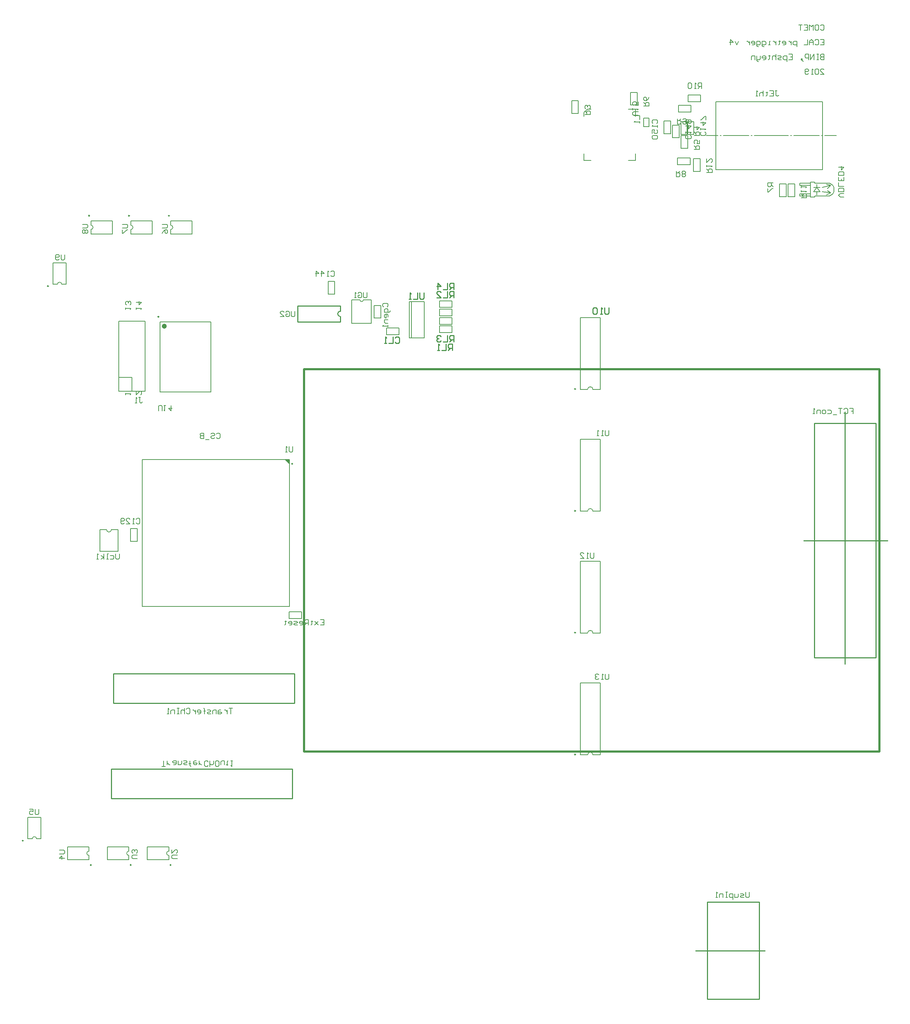
<source format=gbo>
%FSAX43Y43*%
%MOMM*%
G71*
G01*
G75*
G04 Layer_Color=32896*
%ADD10C,0.200*%
%ADD11R,0.500X0.600*%
%ADD12R,0.600X0.500*%
G04:AMPARAMS|DCode=13|XSize=0.5mm|YSize=0.6mm|CornerRadius=0mm|HoleSize=0mm|Usage=FLASHONLY|Rotation=225.000|XOffset=0mm|YOffset=0mm|HoleType=Round|Shape=Rectangle|*
%AMROTATEDRECTD13*
4,1,4,-0.035,0.389,0.389,-0.035,0.035,-0.389,-0.389,0.035,-0.035,0.389,0.0*
%
%ADD13ROTATEDRECTD13*%

G04:AMPARAMS|DCode=14|XSize=0.5mm|YSize=0.6mm|CornerRadius=0mm|HoleSize=0mm|Usage=FLASHONLY|Rotation=315.000|XOffset=0mm|YOffset=0mm|HoleType=Round|Shape=Rectangle|*
%AMROTATEDRECTD14*
4,1,4,-0.389,-0.035,0.035,0.389,0.389,0.035,-0.035,-0.389,-0.389,-0.035,0.0*
%
%ADD14ROTATEDRECTD14*%

%ADD15R,3.048X3.048*%
G04:AMPARAMS|DCode=16|XSize=1mm|YSize=2mm|CornerRadius=0.1mm|HoleSize=0mm|Usage=FLASHONLY|Rotation=270.000|XOffset=0mm|YOffset=0mm|HoleType=Round|Shape=RoundedRectangle|*
%AMROUNDEDRECTD16*
21,1,1.000,1.800,0,0,270.0*
21,1,0.800,2.000,0,0,270.0*
1,1,0.200,-0.900,-0.400*
1,1,0.200,-0.900,0.400*
1,1,0.200,0.900,0.400*
1,1,0.200,0.900,-0.400*
%
%ADD16ROUNDEDRECTD16*%
G04:AMPARAMS|DCode=17|XSize=1mm|YSize=1.5mm|CornerRadius=0.1mm|HoleSize=0mm|Usage=FLASHONLY|Rotation=270.000|XOffset=0mm|YOffset=0mm|HoleType=Round|Shape=RoundedRectangle|*
%AMROUNDEDRECTD17*
21,1,1.000,1.300,0,0,270.0*
21,1,0.800,1.500,0,0,270.0*
1,1,0.200,-0.650,-0.400*
1,1,0.200,-0.650,0.400*
1,1,0.200,0.650,0.400*
1,1,0.200,0.650,-0.400*
%
%ADD17ROUNDEDRECTD17*%
G04:AMPARAMS|DCode=18|XSize=0.8mm|YSize=1mm|CornerRadius=0.08mm|HoleSize=0mm|Usage=FLASHONLY|Rotation=270.000|XOffset=0mm|YOffset=0mm|HoleType=Round|Shape=RoundedRectangle|*
%AMROUNDEDRECTD18*
21,1,0.800,0.840,0,0,270.0*
21,1,0.640,1.000,0,0,270.0*
1,1,0.160,-0.420,-0.320*
1,1,0.160,-0.420,0.320*
1,1,0.160,0.420,0.320*
1,1,0.160,0.420,-0.320*
%
%ADD18ROUNDEDRECTD18*%
G04:AMPARAMS|DCode=19|XSize=0.8mm|YSize=1mm|CornerRadius=0.08mm|HoleSize=0mm|Usage=FLASHONLY|Rotation=0.000|XOffset=0mm|YOffset=0mm|HoleType=Round|Shape=RoundedRectangle|*
%AMROUNDEDRECTD19*
21,1,0.800,0.840,0,0,0.0*
21,1,0.640,1.000,0,0,0.0*
1,1,0.160,0.320,-0.420*
1,1,0.160,-0.320,-0.420*
1,1,0.160,-0.320,0.420*
1,1,0.160,0.320,0.420*
%
%ADD19ROUNDEDRECTD19*%
%ADD20R,0.762X2.540*%
%ADD21R,5.000X6.000*%
%ADD22R,2.540X0.762*%
%ADD23R,6.000X5.000*%
%ADD24R,3.048X3.048*%
%ADD25O,0.305X1.016*%
%ADD26O,0.813X0.305*%
%ADD27O,1.016X0.305*%
%ADD28O,0.305X0.813*%
%ADD29O,2.100X6.000*%
%ADD30O,2.100X6.000*%
%ADD31C,0.120*%
%ADD32C,0.150*%
%ADD33C,1.524*%
%ADD34C,0.508*%
%ADD35C,0.500*%
%ADD36C,1.000*%
%ADD37C,1.016*%
%ADD38C,1.160*%
%ADD39C,0.254*%
%ADD40C,0.175*%
%ADD41C,0.400*%
%ADD42C,0.300*%
%ADD43R,1.850X1.850*%
%ADD44C,1.850*%
%ADD45R,1.850X1.850*%
%ADD46C,4.000*%
%ADD47C,4.500*%
%ADD48C,1.500*%
%ADD49R,1.500X1.500*%
%ADD50C,1.524*%
%ADD51C,3.000*%
%ADD52C,2.500*%
%ADD53C,1.422*%
%ADD54C,2.438*%
%ADD55C,0.600*%
%ADD56C,1.200*%
%ADD57C,0.500*%
%ADD58C,0.800*%
%ADD59C,1.000*%
%ADD60C,0.900*%
%ADD61C,1.270*%
%ADD62C,0.700*%
%ADD63C,1.300*%
%ADD64C,1.800*%
%ADD65C,2.000*%
G04:AMPARAMS|DCode=66|XSize=1.7mm|YSize=1.7mm|CornerRadius=0mm|HoleSize=0mm|Usage=FLASHONLY|Rotation=0.000|XOffset=0mm|YOffset=0mm|HoleType=Round|Shape=Relief|Width=0.15mm|Gap=0.15mm|Entries=4|*
%AMTHD66*
7,0,0,1.700,1.400,0.150,45*
%
%ADD66THD66*%
G04:AMPARAMS|DCode=67|XSize=3.6mm|YSize=3.6mm|CornerRadius=0mm|HoleSize=0mm|Usage=FLASHONLY|Rotation=0.000|XOffset=0mm|YOffset=0mm|HoleType=Round|Shape=Relief|Width=0.15mm|Gap=0.15mm|Entries=4|*
%AMTHD67*
7,0,0,3.600,3.300,0.150,45*
%
%ADD67THD67*%
G04:AMPARAMS|DCode=68|XSize=3.4mm|YSize=3.4mm|CornerRadius=0mm|HoleSize=0mm|Usage=FLASHONLY|Rotation=0.000|XOffset=0mm|YOffset=0mm|HoleType=Round|Shape=Relief|Width=0.15mm|Gap=0.15mm|Entries=4|*
%AMTHD68*
7,0,0,3.400,3.100,0.150,45*
%
%ADD68THD68*%
%ADD69C,1.400*%
G04:AMPARAMS|DCode=70|XSize=1.5mm|YSize=1.5mm|CornerRadius=0mm|HoleSize=0mm|Usage=FLASHONLY|Rotation=0.000|XOffset=0mm|YOffset=0mm|HoleType=Round|Shape=Relief|Width=0.15mm|Gap=0.15mm|Entries=4|*
%AMTHD70*
7,0,0,1.500,1.200,0.150,45*
%
%ADD70THD70*%
%ADD71C,2.800*%
%ADD72C,2.300*%
%ADD73C,3.500*%
G04:AMPARAMS|DCode=74|XSize=1.4128mm|YSize=1.4128mm|CornerRadius=0mm|HoleSize=0mm|Usage=FLASHONLY|Rotation=0.000|XOffset=0mm|YOffset=0mm|HoleType=Round|Shape=Relief|Width=0.15mm|Gap=0.15mm|Entries=4|*
%AMTHD74*
7,0,0,1.413,1.113,0.150,45*
%
%ADD74THD74*%
%ADD75C,1.313*%
G04:AMPARAMS|DCode=76|XSize=1.9208mm|YSize=1.9208mm|CornerRadius=0mm|HoleSize=0mm|Usage=FLASHONLY|Rotation=0.000|XOffset=0mm|YOffset=0mm|HoleType=Round|Shape=Relief|Width=0.15mm|Gap=0.15mm|Entries=4|*
%AMTHD76*
7,0,0,1.921,1.621,0.150,45*
%
%ADD76THD76*%
%ADD77C,1.821*%
G04:AMPARAMS|DCode=78|XSize=0.9mm|YSize=0.9mm|CornerRadius=0mm|HoleSize=0mm|Usage=FLASHONLY|Rotation=0.000|XOffset=0mm|YOffset=0mm|HoleType=Round|Shape=Relief|Width=0.15mm|Gap=0.15mm|Entries=4|*
%AMTHD78*
7,0,0,0.900,0.600,0.150,45*
%
%ADD78THD78*%
%ADD79C,0.800*%
%ADD80C,0.750*%
G04:AMPARAMS|DCode=81|XSize=1.4mm|YSize=1.4mm|CornerRadius=0mm|HoleSize=0mm|Usage=FLASHONLY|Rotation=0.000|XOffset=0mm|YOffset=0mm|HoleType=Round|Shape=Relief|Width=0.15mm|Gap=0.15mm|Entries=4|*
%AMTHD81*
7,0,0,1.400,1.100,0.150,45*
%
%ADD81THD81*%
G04:AMPARAMS|DCode=82|XSize=1.3mm|YSize=1.3mm|CornerRadius=0mm|HoleSize=0mm|Usage=FLASHONLY|Rotation=0.000|XOffset=0mm|YOffset=0mm|HoleType=Round|Shape=Relief|Width=0.15mm|Gap=0.15mm|Entries=4|*
%AMTHD82*
7,0,0,1.300,1.000,0.150,45*
%
%ADD82THD82*%
%ADD83C,0.900*%
G04:AMPARAMS|DCode=84|XSize=0.85mm|YSize=0.85mm|CornerRadius=0mm|HoleSize=0mm|Usage=FLASHONLY|Rotation=0.000|XOffset=0mm|YOffset=0mm|HoleType=Round|Shape=Relief|Width=0.15mm|Gap=0.15mm|Entries=4|*
%AMTHD84*
7,0,0,0.850,0.550,0.150,45*
%
%ADD84THD84*%
%ADD85C,1.100*%
%ADD86C,1.000*%
G04:AMPARAMS|DCode=87|XSize=1.3112mm|YSize=1.3112mm|CornerRadius=0mm|HoleSize=0mm|Usage=FLASHONLY|Rotation=0.000|XOffset=0mm|YOffset=0mm|HoleType=Round|Shape=Relief|Width=0.15mm|Gap=0.15mm|Entries=4|*
%AMTHD87*
7,0,0,1.311,1.011,0.150,45*
%
%ADD87THD87*%
%ADD88C,1.211*%
G04:AMPARAMS|DCode=89|XSize=1.8mm|YSize=1.8mm|CornerRadius=0mm|HoleSize=0mm|Usage=FLASHONLY|Rotation=0.000|XOffset=0mm|YOffset=0mm|HoleType=Round|Shape=Relief|Width=0.15mm|Gap=0.15mm|Entries=4|*
%AMTHD89*
7,0,0,1.800,1.500,0.150,45*
%
%ADD89THD89*%
%ADD90C,1.700*%
%ADD91C,1.770*%
%ADD92C,1.600*%
%ADD93C,3.300*%
G04:AMPARAMS|DCode=94|XSize=1.2mm|YSize=1.2mm|CornerRadius=0mm|HoleSize=0mm|Usage=FLASHONLY|Rotation=0.000|XOffset=0mm|YOffset=0mm|HoleType=Round|Shape=Relief|Width=0.15mm|Gap=0.15mm|Entries=4|*
%AMTHD94*
7,0,0,1.200,0.900,0.150,45*
%
%ADD94THD94*%
%ADD95R,1.650X0.300*%
%ADD96R,0.300X1.650*%
%ADD97O,1.270X0.762*%
%ADD98R,1.270X0.762*%
%ADD99O,0.300X1.700*%
%ADD100O,1.600X0.250*%
%ADD101O,0.250X1.600*%
%ADD102R,0.250X1.600*%
%ADD103O,0.508X1.778*%
%ADD104R,0.508X1.778*%
%ADD105R,1.500X1.600*%
G04:AMPARAMS|DCode=106|XSize=1.6mm|YSize=1.5mm|CornerRadius=0mm|HoleSize=0mm|Usage=FLASHONLY|Rotation=270.000|XOffset=0mm|YOffset=0mm|HoleType=Round|Shape=Octagon|*
%AMOCTAGOND106*
4,1,8,-0.375,-0.800,0.375,-0.800,0.750,-0.425,0.750,0.425,0.375,0.800,-0.375,0.800,-0.750,0.425,-0.750,-0.425,-0.375,-0.800,0.0*
%
%ADD106OCTAGOND106*%

%ADD107R,4.600X0.610*%
%ADD108R,4.600X0.810*%
%ADD109O,1.778X0.381*%
%ADD110R,1.778X0.381*%
%ADD111C,0.305*%
%ADD112C,0.250*%
%ADD113C,0.203*%
%ADD114R,0.900X1.000*%
%ADD115R,1.000X0.900*%
G04:AMPARAMS|DCode=116|XSize=0.9mm|YSize=1mm|CornerRadius=0mm|HoleSize=0mm|Usage=FLASHONLY|Rotation=225.000|XOffset=0mm|YOffset=0mm|HoleType=Round|Shape=Rectangle|*
%AMROTATEDRECTD116*
4,1,4,-0.035,0.672,0.672,-0.035,0.035,-0.672,-0.672,0.035,-0.035,0.672,0.0*
%
%ADD116ROTATEDRECTD116*%

G04:AMPARAMS|DCode=117|XSize=0.9mm|YSize=1mm|CornerRadius=0mm|HoleSize=0mm|Usage=FLASHONLY|Rotation=315.000|XOffset=0mm|YOffset=0mm|HoleType=Round|Shape=Rectangle|*
%AMROTATEDRECTD117*
4,1,4,-0.672,-0.035,0.035,0.672,0.672,0.035,-0.035,-0.672,-0.672,-0.035,0.0*
%
%ADD117ROTATEDRECTD117*%

%ADD118R,3.448X3.448*%
G04:AMPARAMS|DCode=119|XSize=1.4mm|YSize=2.4mm|CornerRadius=0.3mm|HoleSize=0mm|Usage=FLASHONLY|Rotation=270.000|XOffset=0mm|YOffset=0mm|HoleType=Round|Shape=RoundedRectangle|*
%AMROUNDEDRECTD119*
21,1,1.400,1.800,0,0,270.0*
21,1,0.800,2.400,0,0,270.0*
1,1,0.600,-0.900,-0.400*
1,1,0.600,-0.900,0.400*
1,1,0.600,0.900,0.400*
1,1,0.600,0.900,-0.400*
%
%ADD119ROUNDEDRECTD119*%
G04:AMPARAMS|DCode=120|XSize=1.4mm|YSize=1.9mm|CornerRadius=0.3mm|HoleSize=0mm|Usage=FLASHONLY|Rotation=270.000|XOffset=0mm|YOffset=0mm|HoleType=Round|Shape=RoundedRectangle|*
%AMROUNDEDRECTD120*
21,1,1.400,1.300,0,0,270.0*
21,1,0.800,1.900,0,0,270.0*
1,1,0.600,-0.650,-0.400*
1,1,0.600,-0.650,0.400*
1,1,0.600,0.650,0.400*
1,1,0.600,0.650,-0.400*
%
%ADD120ROUNDEDRECTD120*%
G04:AMPARAMS|DCode=121|XSize=1.2mm|YSize=1.4mm|CornerRadius=0.28mm|HoleSize=0mm|Usage=FLASHONLY|Rotation=270.000|XOffset=0mm|YOffset=0mm|HoleType=Round|Shape=RoundedRectangle|*
%AMROUNDEDRECTD121*
21,1,1.200,0.840,0,0,270.0*
21,1,0.640,1.400,0,0,270.0*
1,1,0.560,-0.420,-0.320*
1,1,0.560,-0.420,0.320*
1,1,0.560,0.420,0.320*
1,1,0.560,0.420,-0.320*
%
%ADD121ROUNDEDRECTD121*%
G04:AMPARAMS|DCode=122|XSize=1.2mm|YSize=1.4mm|CornerRadius=0.28mm|HoleSize=0mm|Usage=FLASHONLY|Rotation=0.000|XOffset=0mm|YOffset=0mm|HoleType=Round|Shape=RoundedRectangle|*
%AMROUNDEDRECTD122*
21,1,1.200,0.840,0,0,0.0*
21,1,0.640,1.400,0,0,0.0*
1,1,0.560,0.320,-0.420*
1,1,0.560,-0.320,-0.420*
1,1,0.560,-0.320,0.420*
1,1,0.560,0.320,0.420*
%
%ADD122ROUNDEDRECTD122*%
%ADD123R,1.162X2.940*%
%ADD124R,5.400X6.400*%
%ADD125R,2.940X1.162*%
%ADD126R,6.400X5.400*%
%ADD127R,3.448X3.448*%
%ADD128O,0.705X1.416*%
%ADD129O,1.213X0.705*%
%ADD130O,1.416X0.705*%
%ADD131O,0.705X1.213*%
%ADD132O,2.500X6.400*%
%ADD133O,2.500X6.400*%
%ADD134R,2.250X2.250*%
%ADD135C,2.250*%
%ADD136R,2.250X2.250*%
%ADD137C,4.400*%
%ADD138C,4.900*%
%ADD139C,4.703*%
%ADD140C,1.900*%
%ADD141R,1.900X1.900*%
%ADD142C,1.924*%
%ADD143C,3.400*%
%ADD144C,2.900*%
%ADD145C,1.822*%
%ADD146C,2.838*%
%ADD147C,1.670*%
%ADD148C,1.100*%
%ADD149C,2.200*%
%ADD150C,2.400*%
%ADD151R,2.050X0.700*%
%ADD152R,0.700X2.050*%
%ADD153O,1.670X1.162*%
%ADD154R,1.670X1.162*%
%ADD155O,0.700X2.100*%
%ADD156O,2.000X0.650*%
%ADD157O,0.650X2.000*%
%ADD158R,0.650X2.000*%
%ADD159O,0.908X2.178*%
%ADD160R,0.908X2.178*%
%ADD161R,1.900X2.000*%
G04:AMPARAMS|DCode=162|XSize=2mm|YSize=1.9mm|CornerRadius=0mm|HoleSize=0mm|Usage=FLASHONLY|Rotation=270.000|XOffset=0mm|YOffset=0mm|HoleType=Round|Shape=Octagon|*
%AMOCTAGOND162*
4,1,8,-0.475,-1.000,0.475,-1.000,0.950,-0.525,0.950,0.525,0.475,1.000,-0.475,1.000,-0.950,0.525,-0.950,-0.525,-0.475,-1.000,0.0*
%
%ADD162OCTAGOND162*%

%ADD163R,5.000X1.010*%
%ADD164R,5.000X1.210*%
%ADD165O,2.178X0.781*%
%ADD166R,2.178X0.781*%
%ADD167C,0.600*%
%ADD168C,0.127*%
G36*
X0253000Y0173000D02*
X0252000Y0174000D01*
X0253000D01*
Y0173000D01*
D02*
G37*
G54D10*
X0198792Y0215725D02*
G03*
X0197758Y0215725I-0000517J0000000D01*
G01*
X0205725Y0228758D02*
G03*
X0205725Y0229792I0000000J0000517D01*
G01*
X0215225Y0228758D02*
G03*
X0215225Y0229792I0000000J0000517D01*
G01*
X0224725Y0228758D02*
G03*
X0224725Y0229792I0000000J0000517D01*
G01*
X0325260Y0190700D02*
G03*
X0323990Y0190700I-0000635J0000000D01*
G01*
X0325260Y0103700D02*
G03*
X0323990Y0103700I-0000635J0000000D01*
G01*
X0325260Y0161700D02*
G03*
X0323990Y0161700I-0000635J0000000D01*
G01*
X0325260Y0132700D02*
G03*
X0323990Y0132700I-0000635J0000000D01*
G01*
X0269800Y0212000D02*
G03*
X0270600Y0212000I0000400J0000000D01*
G01*
X0192792Y0083725D02*
G03*
X0191758Y0083725I-0000517J0000000D01*
G01*
X0205275Y0080792D02*
G03*
X0205275Y0079758I0000000J-0000517D01*
G01*
X0214775Y0080792D02*
G03*
X0214775Y0079758I0000000J-0000517D01*
G01*
X0224275Y0080792D02*
G03*
X0224275Y0079758I0000000J-0000517D01*
G01*
X0199825Y0215725D02*
Y0220825D01*
X0196725Y0215725D02*
Y0220825D01*
X0199825D01*
X0198792Y0215725D02*
X0199825D01*
X0196725D02*
X0197758D01*
X0205725Y0227725D02*
X0210825D01*
X0205725Y0230825D02*
X0210825D01*
Y0227725D02*
Y0230825D01*
X0205725Y0227725D02*
Y0228758D01*
Y0229792D02*
Y0230825D01*
X0215225Y0227725D02*
X0220325D01*
X0215225Y0230825D02*
X0220325D01*
Y0227725D02*
Y0230825D01*
X0215225Y0227725D02*
Y0228758D01*
Y0229792D02*
Y0230825D01*
X0224725Y0227725D02*
X0229825D01*
X0224725Y0230825D02*
X0229825D01*
Y0227725D02*
Y0230825D01*
X0224725Y0227725D02*
Y0228758D01*
Y0229792D02*
Y0230825D01*
X0252900Y0136200D02*
Y0137800D01*
X0255900D01*
Y0136200D02*
Y0137800D01*
X0252900Y0136200D02*
X0255900D01*
X0279100Y0203700D02*
Y0205300D01*
X0276100Y0203700D02*
X0279100D01*
X0276100D02*
Y0205300D01*
X0279100D01*
X0291700Y0204200D02*
Y0205800D01*
X0288700Y0204200D02*
X0291700D01*
X0288700D02*
Y0205800D01*
X0291700D01*
Y0208200D02*
Y0209800D01*
X0288700Y0208200D02*
X0291700D01*
X0288700D02*
Y0209800D01*
X0291700D01*
Y0206200D02*
Y0207800D01*
X0288700Y0206200D02*
X0291700D01*
X0288700D02*
Y0207800D01*
X0291700D01*
Y0210200D02*
Y0211800D01*
X0288700Y0210200D02*
X0291700D01*
X0288700D02*
Y0211800D01*
X0291700D01*
X0327025Y0190700D02*
Y0207800D01*
X0322225Y0190700D02*
Y0207800D01*
X0327025D01*
X0325260Y0190700D02*
X0327025D01*
X0322225D02*
X0323990D01*
X0222200Y0206750D02*
X0234300D01*
X0222200Y0190050D02*
X0234300D01*
X0222200D02*
Y0206750D01*
X0234300Y0190050D02*
Y0206750D01*
X0327025Y0103700D02*
Y0120800D01*
X0322225Y0103700D02*
Y0120800D01*
X0327025D01*
X0325260Y0103700D02*
X0327025D01*
X0322225D02*
X0323990D01*
X0327025Y0161700D02*
Y0178800D01*
X0322225Y0161700D02*
Y0178800D01*
X0327025D01*
X0325260Y0161700D02*
X0327025D01*
X0322225D02*
X0323990D01*
X0212350Y0193555D02*
X0215500D01*
Y0190255D02*
Y0193555D01*
X0218650Y0190255D02*
Y0206905D01*
X0212350Y0190255D02*
X0218650D01*
X0212350D02*
Y0206905D01*
X0218650D01*
X0273200Y0207700D02*
X0274800D01*
X0273200D02*
Y0210700D01*
X0274800D01*
Y0207700D02*
Y0210700D01*
X0347700Y0251400D02*
X0349300D01*
X0347700D02*
Y0254400D01*
X0349300D01*
Y0251400D02*
Y0254400D01*
X0349200Y0242600D02*
X0350800D01*
X0349200D02*
Y0245600D01*
X0350800D01*
Y0242600D02*
Y0245600D01*
X0371700Y0236600D02*
X0373300D01*
X0371700D02*
Y0239600D01*
X0373300D01*
Y0236600D02*
Y0239600D01*
X0350900Y0259200D02*
Y0260800D01*
X0347900Y0259200D02*
X0350900D01*
X0347900D02*
Y0260800D01*
X0350900D01*
X0345600Y0256700D02*
Y0258300D01*
X0348600D01*
Y0256700D02*
Y0258300D01*
X0345600Y0256700D02*
X0348600D01*
X0345400Y0244200D02*
Y0245800D01*
X0348400D01*
Y0244200D02*
Y0245800D01*
X0345400Y0244200D02*
X0348400D01*
X0369700Y0239600D02*
X0371300D01*
Y0236600D02*
Y0239600D01*
X0369700Y0236600D02*
X0371300D01*
X0369700D02*
Y0239600D01*
X0334200Y0258400D02*
X0335800D01*
X0334200D02*
Y0261400D01*
X0335800D01*
Y0258400D02*
Y0261400D01*
X0346200Y0248100D02*
X0347800D01*
X0346200D02*
Y0251100D01*
X0347800D01*
Y0248100D02*
Y0251100D01*
X0346200Y0251400D02*
X0347800D01*
X0346200D02*
Y0254400D01*
X0347800D01*
Y0251400D02*
Y0254400D01*
X0320200Y0256400D02*
X0321800D01*
X0320200D02*
Y0259400D01*
X0321800D01*
Y0256400D02*
Y0259400D01*
X0342200Y0254600D02*
X0343800D01*
Y0251600D02*
Y0254600D01*
X0342200Y0251600D02*
X0343800D01*
X0342200D02*
Y0254600D01*
X0344201Y0250600D02*
X0345801D01*
X0344201D02*
Y0253600D01*
X0345801D01*
Y0250600D02*
Y0253600D01*
X0323150Y0255750D02*
Y0256600D01*
X0323950Y0257400D01*
X0324800D01*
X0333700D02*
X0335350D01*
Y0255750D02*
Y0257400D01*
Y0245200D02*
Y0246850D01*
X0333700Y0245200D02*
X0335350D01*
X0323150D02*
X0324800D01*
X0323150D02*
Y0246850D01*
X0327025Y0132700D02*
Y0149800D01*
X0322225Y0132700D02*
Y0149800D01*
X0327025D01*
X0325260Y0132700D02*
X0327025D01*
X0322225D02*
X0323990D01*
X0267800Y0206400D02*
Y0212000D01*
Y0206400D02*
X0272500D01*
Y0212000D01*
X0270600D02*
X0272500D01*
X0267800D02*
X0269800D01*
X0215200Y0154551D02*
X0216800D01*
X0215200D02*
Y0157551D01*
X0216800D01*
Y0154551D02*
Y0157551D01*
X0262200Y0216400D02*
X0263800D01*
Y0213400D02*
Y0216400D01*
X0262200Y0213400D02*
X0263800D01*
X0262200D02*
Y0216400D01*
X0218000Y0139000D02*
X0253000D01*
X0218000Y0174000D02*
X0253000D01*
X0218000Y0139000D02*
Y0174000D01*
X0253000Y0139000D02*
Y0174000D01*
X0252000D02*
X0253000Y0173000D01*
X0338635Y0253214D02*
Y0255246D01*
X0337365Y0253214D02*
Y0255246D01*
X0338635D01*
X0337365Y0253214D02*
X0338635D01*
X0193825Y0083725D02*
Y0088825D01*
X0190725Y0083725D02*
Y0088825D01*
X0193825D01*
X0192792Y0083725D02*
X0193825D01*
X0190725D02*
X0191758D01*
X0200175Y0081825D02*
X0205275D01*
X0200175Y0078725D02*
X0205275D01*
X0200175D02*
Y0081825D01*
X0205275Y0080792D02*
Y0081825D01*
Y0078725D02*
Y0079758D01*
X0209675Y0081825D02*
X0214775D01*
X0209675Y0078725D02*
X0214775D01*
X0209675D02*
Y0081825D01*
X0214775Y0080792D02*
Y0081825D01*
Y0078725D02*
Y0079758D01*
X0224275Y0078725D02*
Y0079758D01*
Y0080792D02*
Y0081825D01*
X0219175Y0078725D02*
Y0081825D01*
Y0078725D02*
X0224275D01*
X0219175Y0081825D02*
X0224275D01*
X0221811Y0185582D02*
Y0186665D01*
X0222028Y0186881D01*
X0222461D01*
X0222677Y0186665D01*
Y0185582D01*
X0223111Y0186881D02*
X0223544D01*
X0223327D01*
Y0185582D01*
X0223111Y0185798D01*
X0224843Y0186881D02*
Y0185582D01*
X0224194Y0186231D01*
X0225060D01*
X0329032Y0122960D02*
Y0121877D01*
X0328815Y0121661D01*
X0328382D01*
X0328166Y0121877D01*
Y0122960D01*
X0327732Y0121661D02*
X0327299D01*
X0327516D01*
Y0122960D01*
X0327732Y0122744D01*
X0326649D02*
X0326433Y0122960D01*
X0326000D01*
X0325783Y0122744D01*
Y0122527D01*
X0326000Y0122310D01*
X0326216D01*
X0326000D01*
X0325783Y0122094D01*
Y0121877D01*
X0326000Y0121661D01*
X0326433D01*
X0326649Y0121877D01*
X0329032Y0180960D02*
Y0179877D01*
X0328815Y0179661D01*
X0328382D01*
X0328166Y0179877D01*
Y0180960D01*
X0327732Y0179661D02*
X0327299D01*
X0327516D01*
Y0180960D01*
X0327732Y0180744D01*
X0326649Y0179661D02*
X0326216D01*
X0326433D01*
Y0180960D01*
X0326649Y0180744D01*
X0226300Y0079000D02*
X0225217D01*
X0225000Y0079217D01*
Y0079650D01*
X0225217Y0079866D01*
X0226300D01*
X0225000Y0081166D02*
Y0080300D01*
X0225866Y0081166D01*
X0226083D01*
X0226300Y0080949D01*
Y0080516D01*
X0226083Y0080300D01*
X0217134Y0188800D02*
X0217567D01*
X0217350D01*
Y0187717D01*
X0217567Y0187500D01*
X0217783D01*
X0218000Y0187717D01*
X0216700Y0187500D02*
X0216267D01*
X0216484D01*
Y0188800D01*
X0216700Y0188583D01*
X0275417Y0210334D02*
X0275200Y0210550D01*
Y0210983D01*
X0275417Y0211200D01*
X0276283D01*
X0276500Y0210983D01*
Y0210550D01*
X0276283Y0210334D01*
X0276933Y0209467D02*
Y0209251D01*
X0276717Y0209034D01*
X0275634D01*
Y0209684D01*
X0275850Y0209900D01*
X0276283D01*
X0276500Y0209684D01*
Y0209034D01*
Y0207951D02*
Y0208384D01*
X0276283Y0208601D01*
X0275850D01*
X0275634Y0208384D01*
Y0207951D01*
X0275850Y0207734D01*
X0276067D01*
Y0208601D01*
X0276500Y0207301D02*
X0275634D01*
Y0206651D01*
X0275850Y0206435D01*
X0276500D01*
Y0206002D02*
Y0205568D01*
Y0205785D01*
X0275200D01*
X0275417Y0206002D01*
X0351932Y0252015D02*
X0352149Y0251799D01*
Y0251366D01*
X0351932Y0251149D01*
X0351066D01*
X0350849Y0251366D01*
Y0251799D01*
X0351066Y0252015D01*
X0350849Y0252449D02*
Y0252882D01*
Y0252665D01*
X0352149D01*
X0351932Y0252449D01*
X0350849Y0254181D02*
X0352149D01*
X0351499Y0253532D01*
Y0254398D01*
X0352149Y0254831D02*
Y0255698D01*
X0351932D01*
X0351066Y0254831D01*
X0350849D01*
X0352349Y0242349D02*
X0353649D01*
Y0242999D01*
X0353432Y0243215D01*
X0352999D01*
X0352783Y0242999D01*
Y0242349D01*
Y0242782D02*
X0352349Y0243215D01*
Y0243649D02*
Y0244082D01*
Y0243865D01*
X0353649D01*
X0353432Y0243649D01*
X0352349Y0245598D02*
Y0244732D01*
X0353216Y0245598D01*
X0353432D01*
X0353649Y0245381D01*
Y0244948D01*
X0353432Y0244732D01*
X0374849Y0236349D02*
X0376149D01*
Y0236999D01*
X0375932Y0237215D01*
X0375499D01*
X0375283Y0236999D01*
Y0236349D01*
Y0236782D02*
X0374849Y0237215D01*
Y0237649D02*
Y0238082D01*
Y0237865D01*
X0376149D01*
X0375932Y0237649D01*
X0374849Y0238732D02*
Y0239165D01*
Y0238948D01*
X0376149D01*
X0375932Y0238732D01*
X0351151Y0262349D02*
Y0263649D01*
X0350501D01*
X0350285Y0263432D01*
Y0262999D01*
X0350501Y0262783D01*
X0351151D01*
X0350718D02*
X0350285Y0262349D01*
X0349851D02*
X0349418D01*
X0349635D01*
Y0263649D01*
X0349851Y0263432D01*
X0348768D02*
X0348552Y0263649D01*
X0348119D01*
X0347902Y0263432D01*
Y0262566D01*
X0348119Y0262349D01*
X0348552D01*
X0348768Y0262566D01*
Y0263432D01*
X0345349Y0255150D02*
Y0253851D01*
X0345999D01*
X0346215Y0254068D01*
Y0254501D01*
X0345999Y0254717D01*
X0345349D01*
X0345782D02*
X0346215Y0255150D01*
X0346649Y0254934D02*
X0346865Y0255150D01*
X0347298D01*
X0347515Y0254934D01*
Y0254068D01*
X0347298Y0253851D01*
X0346865D01*
X0346649Y0254068D01*
Y0254284D01*
X0346865Y0254501D01*
X0347515D01*
X0345149Y0242650D02*
Y0241351D01*
X0345799D01*
X0346016Y0241568D01*
Y0242001D01*
X0345799Y0242217D01*
X0345149D01*
X0345582D02*
X0346016Y0242650D01*
X0346449Y0241568D02*
X0346665Y0241351D01*
X0347098D01*
X0347315Y0241568D01*
Y0241784D01*
X0347098Y0242001D01*
X0347315Y0242217D01*
Y0242434D01*
X0347098Y0242650D01*
X0346665D01*
X0346449Y0242434D01*
Y0242217D01*
X0346665Y0242001D01*
X0346449Y0241784D01*
Y0241568D01*
X0346665Y0242001D02*
X0347098D01*
X0368151Y0239851D02*
X0366851D01*
Y0239201D01*
X0367068Y0238985D01*
X0367501D01*
X0367717Y0239201D01*
Y0239851D01*
Y0239418D02*
X0368151Y0238985D01*
X0366851Y0238551D02*
Y0237685D01*
X0367068D01*
X0367934Y0238551D01*
X0368151D01*
X0337349Y0258149D02*
X0338649D01*
Y0258799D01*
X0338432Y0259016D01*
X0337999D01*
X0337783Y0258799D01*
Y0258149D01*
Y0258582D02*
X0337349Y0259016D01*
X0338649Y0260315D02*
X0338432Y0259882D01*
X0337999Y0259449D01*
X0337566D01*
X0337349Y0259665D01*
Y0260098D01*
X0337566Y0260315D01*
X0337783D01*
X0337999Y0260098D01*
Y0259449D01*
X0349349Y0247849D02*
X0350649D01*
Y0248499D01*
X0350432Y0248715D01*
X0349999D01*
X0349783Y0248499D01*
Y0247849D01*
Y0248282D02*
X0349349Y0248715D01*
X0350649Y0250015D02*
Y0249149D01*
X0349999D01*
X0350216Y0249582D01*
Y0249798D01*
X0349999Y0250015D01*
X0349566D01*
X0349349Y0249798D01*
Y0249365D01*
X0349566Y0249149D01*
X0349349Y0251149D02*
X0350649D01*
Y0251799D01*
X0350432Y0252015D01*
X0349999D01*
X0349783Y0251799D01*
Y0251149D01*
Y0251582D02*
X0349349Y0252015D01*
Y0253098D02*
X0350649D01*
X0349999Y0252449D01*
Y0253315D01*
X0323349Y0256149D02*
X0324649D01*
Y0256799D01*
X0324432Y0257016D01*
X0323999D01*
X0323783Y0256799D01*
Y0256149D01*
Y0256582D02*
X0323349Y0257016D01*
X0324432Y0257449D02*
X0324649Y0257665D01*
Y0258098D01*
X0324432Y0258315D01*
X0324216D01*
X0323999Y0258098D01*
Y0257882D01*
Y0258098D01*
X0323783Y0258315D01*
X0323566D01*
X0323349Y0258098D01*
Y0257665D01*
X0323566Y0257449D01*
X0260334Y0135900D02*
X0261200D01*
Y0134600D01*
X0260334D01*
X0261200Y0135250D02*
X0260767D01*
X0259900Y0135466D02*
X0259034Y0134600D01*
X0259467Y0135033D01*
X0259034Y0135466D01*
X0259900Y0134600D01*
X0258384Y0135683D02*
Y0135466D01*
X0258601D01*
X0258168D01*
X0258384D01*
Y0134817D01*
X0258168Y0134600D01*
X0257518D02*
Y0135900D01*
X0256868D01*
X0256651Y0135683D01*
Y0135250D01*
X0256868Y0135033D01*
X0257518D01*
X0257085D02*
X0256651Y0134600D01*
X0255568D02*
X0256002D01*
X0256218Y0134817D01*
Y0135250D01*
X0256002Y0135466D01*
X0255568D01*
X0255352Y0135250D01*
Y0135033D01*
X0256218D01*
X0254919Y0134600D02*
X0254269D01*
X0254052Y0134817D01*
X0254269Y0135033D01*
X0254702D01*
X0254919Y0135250D01*
X0254702Y0135466D01*
X0254052D01*
X0252969Y0134600D02*
X0253403D01*
X0253619Y0134817D01*
Y0135250D01*
X0253403Y0135466D01*
X0252969D01*
X0252753Y0135250D01*
Y0135033D01*
X0253619D01*
X0252103Y0135683D02*
Y0135466D01*
X0252320D01*
X0251886D01*
X0252103D01*
Y0134817D01*
X0251886Y0134600D01*
X0339568Y0253985D02*
X0339351Y0254201D01*
Y0254634D01*
X0339568Y0254851D01*
X0340434D01*
X0340651Y0254634D01*
Y0254201D01*
X0340434Y0253985D01*
X0340651Y0253551D02*
Y0253118D01*
Y0253335D01*
X0339351D01*
X0339568Y0253551D01*
X0339351Y0251602D02*
Y0252468D01*
X0340001D01*
X0339784Y0252035D01*
Y0251819D01*
X0340001Y0251602D01*
X0340434D01*
X0340651Y0251819D01*
Y0252252D01*
X0340434Y0252468D01*
X0339568Y0251169D02*
X0339351Y0250952D01*
Y0250519D01*
X0339568Y0250302D01*
X0340434D01*
X0340651Y0250519D01*
Y0250952D01*
X0340434Y0251169D01*
X0339568D01*
X0348433Y0251215D02*
X0348650Y0250999D01*
Y0250566D01*
X0348433Y0250349D01*
X0347567D01*
X0347350Y0250566D01*
Y0250999D01*
X0347567Y0251215D01*
X0347350Y0251649D02*
Y0252082D01*
Y0251865D01*
X0348650D01*
X0348433Y0251649D01*
X0347350Y0253381D02*
X0348650D01*
X0348000Y0252732D01*
Y0253598D01*
X0347567Y0254031D02*
X0347350Y0254248D01*
Y0254681D01*
X0347567Y0254898D01*
X0348433D01*
X0348650Y0254681D01*
Y0254248D01*
X0348433Y0254031D01*
X0348217D01*
X0348000Y0254248D01*
Y0254898D01*
X0222590Y0100958D02*
X0223456D01*
X0223023D01*
Y0102257D01*
X0223890Y0101391D02*
Y0102257D01*
Y0101824D01*
X0224106Y0101608D01*
X0224323Y0101391D01*
X0224539D01*
X0225406D02*
X0225839D01*
X0226056Y0101608D01*
Y0102257D01*
X0225406D01*
X0225189Y0102041D01*
X0225406Y0101824D01*
X0226056D01*
X0226489Y0102257D02*
Y0101391D01*
X0227139D01*
X0227355Y0101608D01*
Y0102257D01*
X0227788D02*
X0228438D01*
X0228655Y0102041D01*
X0228438Y0101824D01*
X0228005D01*
X0227788Y0101608D01*
X0228005Y0101391D01*
X0228655D01*
X0229304Y0102257D02*
Y0101175D01*
Y0101608D01*
X0229088D01*
X0229521D01*
X0229304D01*
Y0101175D01*
X0229521Y0100958D01*
X0230821Y0102257D02*
X0230387D01*
X0230171Y0102041D01*
Y0101608D01*
X0230387Y0101391D01*
X0230821D01*
X0231037Y0101608D01*
Y0101824D01*
X0230171D01*
X0231470Y0101391D02*
Y0102257D01*
Y0101824D01*
X0231687Y0101608D01*
X0231904Y0101391D01*
X0232120D01*
X0233636Y0101175D02*
X0233420Y0100958D01*
X0232987D01*
X0232770Y0101175D01*
Y0102041D01*
X0232987Y0102257D01*
X0233420D01*
X0233636Y0102041D01*
X0234070Y0100958D02*
Y0102257D01*
Y0101608D01*
X0234286Y0101391D01*
X0234719D01*
X0234936Y0101608D01*
Y0102257D01*
X0236019Y0100958D02*
X0235586D01*
X0235369Y0101175D01*
Y0102041D01*
X0235586Y0102257D01*
X0236019D01*
X0236236Y0102041D01*
Y0101175D01*
X0236019Y0100958D01*
X0236669Y0101391D02*
Y0102041D01*
X0236885Y0102257D01*
X0237535D01*
Y0101391D01*
X0238185Y0101175D02*
Y0101391D01*
X0237968D01*
X0238402D01*
X0238185D01*
Y0102041D01*
X0238402Y0102257D01*
X0239051D02*
X0239485D01*
X0239268D01*
Y0100958D01*
X0239051Y0101175D01*
X0239500Y0114800D02*
X0238634D01*
X0239067D01*
Y0113500D01*
X0238200Y0114366D02*
Y0113500D01*
Y0113933D01*
X0237984Y0114150D01*
X0237767Y0114366D01*
X0237551D01*
X0236684D02*
X0236251D01*
X0236034Y0114150D01*
Y0113500D01*
X0236684D01*
X0236901Y0113717D01*
X0236684Y0113933D01*
X0236034D01*
X0235601Y0113500D02*
Y0114366D01*
X0234951D01*
X0234735Y0114150D01*
Y0113500D01*
X0234302D02*
X0233652D01*
X0233435Y0113717D01*
X0233652Y0113933D01*
X0234085D01*
X0234302Y0114150D01*
X0234085Y0114366D01*
X0233435D01*
X0232786Y0113500D02*
Y0114583D01*
Y0114150D01*
X0233002D01*
X0232569D01*
X0232786D01*
Y0114583D01*
X0232569Y0114800D01*
X0231269Y0113500D02*
X0231703D01*
X0231919Y0113717D01*
Y0114150D01*
X0231703Y0114366D01*
X0231269D01*
X0231053Y0114150D01*
Y0113933D01*
X0231919D01*
X0230620Y0114366D02*
Y0113500D01*
Y0113933D01*
X0230403Y0114150D01*
X0230186Y0114366D01*
X0229970D01*
X0228454Y0114583D02*
X0228670Y0114800D01*
X0229103D01*
X0229320Y0114583D01*
Y0113717D01*
X0229103Y0113500D01*
X0228670D01*
X0228454Y0113717D01*
X0228020Y0114800D02*
Y0113500D01*
Y0114150D01*
X0227804Y0114366D01*
X0227371D01*
X0227154Y0114150D01*
Y0113500D01*
X0226721Y0114800D02*
X0226288D01*
X0226504D01*
Y0113500D01*
X0226721D01*
X0226288D01*
X0225638D02*
Y0114366D01*
X0224988D01*
X0224771Y0114150D01*
Y0113500D01*
X0224338D02*
X0223905D01*
X0224122D01*
Y0114800D01*
X0224338Y0114583D01*
X0336050Y0255925D02*
X0334967D01*
X0334750Y0256142D01*
Y0256575D01*
X0334967Y0256791D01*
X0336050D01*
X0334750Y0257225D02*
Y0257658D01*
Y0257441D01*
X0336050D01*
X0335833Y0257225D01*
X0336050Y0259174D02*
Y0258308D01*
X0335400D01*
X0335616Y0258741D01*
Y0258957D01*
X0335400Y0259174D01*
X0334967D01*
X0334750Y0258957D01*
Y0258524D01*
X0334967Y0258308D01*
X0325500Y0151800D02*
Y0150717D01*
X0325283Y0150500D01*
X0324850D01*
X0324634Y0150717D01*
Y0151800D01*
X0324200Y0150500D02*
X0323767D01*
X0323984D01*
Y0151800D01*
X0324200Y0151583D01*
X0322251Y0150500D02*
X0323117D01*
X0322251Y0151366D01*
Y0151583D01*
X0322468Y0151800D01*
X0322901D01*
X0323117Y0151583D01*
X0386334Y0186200D02*
X0387200D01*
Y0185550D01*
X0386767D01*
X0387200D01*
Y0184900D01*
X0385034Y0185983D02*
X0385251Y0186200D01*
X0385684D01*
X0385900Y0185983D01*
Y0185117D01*
X0385684Y0184900D01*
X0385251D01*
X0385034Y0185117D01*
X0384601Y0186200D02*
X0383734D01*
X0384168D01*
Y0184900D01*
X0383301Y0184683D02*
X0382435D01*
X0381135Y0185766D02*
X0381785D01*
X0382002Y0185550D01*
Y0185117D01*
X0381785Y0184900D01*
X0381135D01*
X0380485D02*
X0380052D01*
X0379836Y0185117D01*
Y0185550D01*
X0380052Y0185766D01*
X0380485D01*
X0380702Y0185550D01*
Y0185117D01*
X0380485Y0184900D01*
X0379402D02*
Y0185766D01*
X0378753D01*
X0378536Y0185550D01*
Y0184900D01*
X0378103D02*
X0377670D01*
X0377886D01*
Y0186200D01*
X0378103Y0185983D01*
X0254300Y0209300D02*
Y0208217D01*
X0254083Y0208000D01*
X0253650D01*
X0253434Y0208217D01*
Y0209300D01*
X0252134Y0209083D02*
X0252351Y0209300D01*
X0252784D01*
X0253000Y0209083D01*
Y0208217D01*
X0252784Y0208000D01*
X0252351D01*
X0252134Y0208217D01*
Y0208650D01*
X0252567D01*
X0250834Y0208000D02*
X0251701D01*
X0250834Y0208866D01*
Y0209083D01*
X0251051Y0209300D01*
X0251484D01*
X0251701Y0209083D01*
X0271500Y0213800D02*
Y0212717D01*
X0271283Y0212500D01*
X0270850D01*
X0270634Y0212717D01*
Y0213800D01*
X0269334Y0213583D02*
X0269551Y0213800D01*
X0269984D01*
X0270200Y0213583D01*
Y0212717D01*
X0269984Y0212500D01*
X0269551D01*
X0269334Y0212717D01*
Y0213150D01*
X0269767D01*
X0268901Y0212500D02*
X0268468D01*
X0268684D01*
Y0213800D01*
X0268901Y0213583D01*
X0362500Y0071040D02*
Y0069957D01*
X0362283Y0069740D01*
X0361850D01*
X0361634Y0069957D01*
Y0071040D01*
X0361200Y0069740D02*
X0360551D01*
X0360334Y0069957D01*
X0360551Y0070173D01*
X0360984D01*
X0361200Y0070390D01*
X0360984Y0070606D01*
X0360334D01*
X0359901D02*
Y0069957D01*
X0359684Y0069740D01*
X0359034D01*
Y0070606D01*
X0358601Y0069307D02*
Y0070606D01*
X0357951D01*
X0357735Y0070390D01*
Y0069957D01*
X0357951Y0069740D01*
X0358601D01*
X0357302Y0071040D02*
X0356868D01*
X0357085D01*
Y0069740D01*
X0357302D01*
X0356868D01*
X0356219D02*
Y0070606D01*
X0355569D01*
X0355352Y0070390D01*
Y0069740D01*
X0354919D02*
X0354486D01*
X0354702D01*
Y0071040D01*
X0354919Y0070823D01*
X0368634Y0261800D02*
X0369067D01*
X0368850D01*
Y0260717D01*
X0369067Y0260500D01*
X0369283D01*
X0369500Y0260717D01*
X0367334Y0261800D02*
X0368200D01*
Y0260500D01*
X0367334D01*
X0368200Y0261150D02*
X0367767D01*
X0366684Y0261583D02*
Y0261366D01*
X0366901D01*
X0366468D01*
X0366684D01*
Y0260717D01*
X0366468Y0260500D01*
X0365818Y0261800D02*
Y0260500D01*
Y0261150D01*
X0365601Y0261366D01*
X0365168D01*
X0364951Y0261150D01*
Y0260500D01*
X0364518D02*
X0364085D01*
X0364302D01*
Y0261800D01*
X0364518Y0261583D01*
X0385032Y0236454D02*
X0384166D01*
X0383733Y0236887D01*
X0384166Y0237320D01*
X0385032D01*
Y0237753D02*
X0383733D01*
Y0238403D01*
X0383949Y0238620D01*
X0384816D01*
X0385032Y0238403D01*
Y0237753D01*
Y0239053D02*
X0383733D01*
Y0239919D01*
X0385032Y0241219D02*
Y0240353D01*
X0383733D01*
Y0241219D01*
X0384383Y0240353D02*
Y0240786D01*
X0385032Y0241652D02*
X0383733D01*
Y0242302D01*
X0383949Y0242519D01*
X0384816D01*
X0385032Y0242302D01*
Y0241652D01*
X0383733Y0243602D02*
X0385032D01*
X0384383Y0242952D01*
Y0243818D01*
X0212500Y0151600D02*
Y0150517D01*
X0212283Y0150300D01*
X0211850D01*
X0211634Y0150517D01*
Y0151600D01*
X0210334Y0151166D02*
X0210984D01*
X0211200Y0150950D01*
Y0150517D01*
X0210984Y0150300D01*
X0210334D01*
X0209901D02*
X0209468D01*
X0209684D01*
Y0151600D01*
X0209901D01*
X0208818Y0150300D02*
Y0151600D01*
Y0150733D02*
X0208168Y0151166D01*
X0208818Y0150733D02*
X0208168Y0150300D01*
X0207518D02*
X0207085D01*
X0207302D01*
Y0151600D01*
X0207518Y0151383D01*
X0216532Y0159782D02*
X0216749Y0159999D01*
X0217182D01*
X0217399Y0159782D01*
Y0158916D01*
X0217182Y0158699D01*
X0216749D01*
X0216532Y0158916D01*
X0216099Y0158699D02*
X0215666D01*
X0215882D01*
Y0159999D01*
X0216099Y0159782D01*
X0214150Y0158699D02*
X0215016D01*
X0214150Y0159566D01*
Y0159782D01*
X0214366Y0159999D01*
X0214799D01*
X0215016Y0159782D01*
X0213716Y0158916D02*
X0213500Y0158699D01*
X0213067D01*
X0212850Y0158916D01*
Y0159782D01*
X0213067Y0159999D01*
X0213500D01*
X0213716Y0159782D01*
Y0159566D01*
X0213500Y0159349D01*
X0212850D01*
X0262836Y0218685D02*
X0263053Y0218901D01*
X0263486D01*
X0263703Y0218685D01*
Y0217818D01*
X0263486Y0217602D01*
X0263053D01*
X0262836Y0217818D01*
X0262403Y0217602D02*
X0261970D01*
X0262187D01*
Y0218901D01*
X0262403Y0218685D01*
X0260670Y0217602D02*
Y0218901D01*
X0261320Y0218252D01*
X0260454D01*
X0259371Y0217602D02*
Y0218901D01*
X0260021Y0218252D01*
X0259154D01*
X0253801Y0177116D02*
Y0176033D01*
X0253584Y0175817D01*
X0253151D01*
X0252934Y0176033D01*
Y0177116D01*
X0252501Y0175817D02*
X0252068D01*
X0252285D01*
Y0177116D01*
X0252501Y0176900D01*
X0335088Y0255843D02*
X0336387D01*
Y0254977D01*
Y0254543D02*
Y0254110D01*
Y0254327D01*
X0335088D01*
X0335304Y0254543D01*
X0216800Y0079000D02*
X0215717D01*
X0215500Y0079217D01*
Y0079650D01*
X0215717Y0079866D01*
X0216800D01*
X0216583Y0080300D02*
X0216800Y0080516D01*
Y0080949D01*
X0216583Y0081166D01*
X0216366D01*
X0216150Y0080949D01*
Y0080733D01*
Y0080949D01*
X0215933Y0081166D01*
X0215717D01*
X0215500Y0080949D01*
Y0080516D01*
X0215717Y0080300D01*
X0198200Y0081000D02*
X0199283D01*
X0199500Y0080783D01*
Y0080350D01*
X0199283Y0080134D01*
X0198200D01*
X0199500Y0079051D02*
X0198200D01*
X0198850Y0079700D01*
Y0078834D01*
X0193300Y0090800D02*
Y0089717D01*
X0193083Y0089500D01*
X0192650D01*
X0192434Y0089717D01*
Y0090800D01*
X0191134D02*
X0192000D01*
Y0090150D01*
X0191567Y0090366D01*
X0191351D01*
X0191134Y0090150D01*
Y0089717D01*
X0191351Y0089500D01*
X0191784D01*
X0192000Y0089717D01*
X0222700Y0230000D02*
X0223783D01*
X0224000Y0229783D01*
Y0229350D01*
X0223783Y0229134D01*
X0222700D01*
Y0227834D02*
X0222917Y0228267D01*
X0223350Y0228700D01*
X0223783D01*
X0224000Y0228484D01*
Y0228051D01*
X0223783Y0227834D01*
X0223567D01*
X0223350Y0228051D01*
Y0228700D01*
X0213200Y0230000D02*
X0214283D01*
X0214500Y0229783D01*
Y0229350D01*
X0214283Y0229134D01*
X0213200D01*
Y0228700D02*
Y0227834D01*
X0213417D01*
X0214283Y0228700D01*
X0214500D01*
X0203700Y0230000D02*
X0204783D01*
X0205000Y0229783D01*
Y0229350D01*
X0204783Y0229134D01*
X0203700D01*
X0203917Y0228700D02*
X0203700Y0228484D01*
Y0228051D01*
X0203917Y0227834D01*
X0204134D01*
X0204350Y0228051D01*
X0204567Y0227834D01*
X0204783D01*
X0205000Y0228051D01*
Y0228484D01*
X0204783Y0228700D01*
X0204567D01*
X0204350Y0228484D01*
X0204134Y0228700D01*
X0203917D01*
X0204350Y0228484D02*
Y0228051D01*
X0199500Y0222800D02*
Y0221717D01*
X0199283Y0221500D01*
X0198850D01*
X0198634Y0221717D01*
Y0222800D01*
X0198200Y0221717D02*
X0197984Y0221500D01*
X0197551D01*
X0197334Y0221717D01*
Y0222583D01*
X0197551Y0222800D01*
X0197984D01*
X0198200Y0222583D01*
Y0222366D01*
X0197984Y0222150D01*
X0197334D01*
X0379434Y0277283D02*
X0379650Y0277500D01*
X0380083D01*
X0380300Y0277283D01*
Y0276417D01*
X0380083Y0276200D01*
X0379650D01*
X0379434Y0276417D01*
X0378351Y0277500D02*
X0378784D01*
X0379000Y0277283D01*
Y0276417D01*
X0378784Y0276200D01*
X0378351D01*
X0378134Y0276417D01*
Y0277283D01*
X0378351Y0277500D01*
X0377701Y0276200D02*
Y0277500D01*
X0377268Y0277066D01*
X0376834Y0277500D01*
Y0276200D01*
X0375535Y0277500D02*
X0376401D01*
Y0276200D01*
X0375535D01*
X0376401Y0276850D02*
X0375968D01*
X0375102Y0277500D02*
X0374235D01*
X0374668D01*
Y0276200D01*
X0379434Y0274000D02*
X0380300D01*
Y0272700D01*
X0379434D01*
X0380300Y0273350D02*
X0379867D01*
X0378134Y0273783D02*
X0378351Y0274000D01*
X0378784D01*
X0379000Y0273783D01*
Y0272917D01*
X0378784Y0272700D01*
X0378351D01*
X0378134Y0272917D01*
X0377701Y0272700D02*
Y0273566D01*
X0377268Y0274000D01*
X0376834Y0273566D01*
Y0272700D01*
Y0273350D01*
X0377701D01*
X0376401Y0274000D02*
Y0272700D01*
X0375535D01*
X0373802Y0272267D02*
Y0273566D01*
X0373152D01*
X0372936Y0273350D01*
Y0272917D01*
X0373152Y0272700D01*
X0373802D01*
X0372503Y0273566D02*
Y0272700D01*
Y0273133D01*
X0372286Y0273350D01*
X0372069Y0273566D01*
X0371853D01*
X0370553Y0272700D02*
X0370986D01*
X0371203Y0272917D01*
Y0273350D01*
X0370986Y0273566D01*
X0370553D01*
X0370337Y0273350D01*
Y0273133D01*
X0371203D01*
X0369687Y0273783D02*
Y0273566D01*
X0369903D01*
X0369470D01*
X0369687D01*
Y0272917D01*
X0369470Y0272700D01*
X0368820Y0273566D02*
Y0272700D01*
Y0273133D01*
X0368604Y0273350D01*
X0368387Y0273566D01*
X0368171D01*
X0367521Y0272700D02*
X0367088D01*
X0367304D01*
Y0273566D01*
X0367521D01*
X0366005Y0272267D02*
X0365788D01*
X0365571Y0272483D01*
Y0273566D01*
X0366221D01*
X0366438Y0273350D01*
Y0272917D01*
X0366221Y0272700D01*
X0365571D01*
X0364705Y0272267D02*
X0364488D01*
X0364272Y0272483D01*
Y0273566D01*
X0364922D01*
X0365138Y0273350D01*
Y0272917D01*
X0364922Y0272700D01*
X0364272D01*
X0363189D02*
X0363622D01*
X0363839Y0272917D01*
Y0273350D01*
X0363622Y0273566D01*
X0363189D01*
X0362972Y0273350D01*
Y0273133D01*
X0363839D01*
X0362539Y0273566D02*
Y0272700D01*
Y0273133D01*
X0362322Y0273350D01*
X0362106Y0273566D01*
X0361889D01*
X0359940D02*
X0359507Y0272700D01*
X0359074Y0273566D01*
X0357991Y0272700D02*
Y0274000D01*
X0358640Y0273350D01*
X0357774D01*
X0380300Y0270500D02*
Y0269200D01*
X0379650D01*
X0379434Y0269417D01*
Y0269633D01*
X0379650Y0269850D01*
X0380300D01*
X0379650D01*
X0379434Y0270066D01*
Y0270283D01*
X0379650Y0270500D01*
X0380300D01*
X0379000D02*
X0378567D01*
X0378784D01*
Y0269200D01*
X0379000D01*
X0378567D01*
X0377917D02*
Y0270500D01*
X0377051Y0269200D01*
Y0270500D01*
X0376618Y0269200D02*
Y0270500D01*
X0375968D01*
X0375751Y0270283D01*
Y0269850D01*
X0375968Y0269633D01*
X0376618D01*
X0375102Y0268983D02*
X0374885Y0269200D01*
Y0269417D01*
X0375102D01*
Y0269200D01*
X0374885D01*
X0375102Y0268983D01*
X0375318Y0268767D01*
X0371853Y0270500D02*
X0372719D01*
Y0269200D01*
X0371853D01*
X0372719Y0269850D02*
X0372286D01*
X0371420Y0268767D02*
Y0270066D01*
X0370770D01*
X0370553Y0269850D01*
Y0269417D01*
X0370770Y0269200D01*
X0371420D01*
X0370120D02*
X0369470D01*
X0369254Y0269417D01*
X0369470Y0269633D01*
X0369903D01*
X0370120Y0269850D01*
X0369903Y0270066D01*
X0369254D01*
X0368820Y0270500D02*
Y0269200D01*
Y0269850D01*
X0368604Y0270066D01*
X0368171D01*
X0367954Y0269850D01*
Y0269200D01*
X0367304Y0270283D02*
Y0270066D01*
X0367521D01*
X0367088D01*
X0367304D01*
Y0269417D01*
X0367088Y0269200D01*
X0365788D02*
X0366221D01*
X0366438Y0269417D01*
Y0269850D01*
X0366221Y0270066D01*
X0365788D01*
X0365571Y0269850D01*
Y0269633D01*
X0366438D01*
X0365138Y0270066D02*
Y0269417D01*
X0364922Y0269200D01*
X0364272D01*
Y0268983D01*
X0364488Y0268767D01*
X0364705D01*
X0364272Y0269200D02*
Y0270066D01*
X0363839Y0269200D02*
Y0270066D01*
X0363189D01*
X0362972Y0269850D01*
Y0269200D01*
X0379434Y0265700D02*
X0380300D01*
X0379434Y0266566D01*
Y0266783D01*
X0379650Y0267000D01*
X0380083D01*
X0380300Y0266783D01*
X0379000D02*
X0378784Y0267000D01*
X0378351D01*
X0378134Y0266783D01*
Y0265917D01*
X0378351Y0265700D01*
X0378784D01*
X0379000Y0265917D01*
Y0266783D01*
X0377701Y0265700D02*
X0377268D01*
X0377484D01*
Y0267000D01*
X0377701Y0266783D01*
X0376618Y0265917D02*
X0376401Y0265700D01*
X0375968D01*
X0375751Y0265917D01*
Y0266783D01*
X0375968Y0267000D01*
X0376401D01*
X0376618Y0266783D01*
Y0266566D01*
X0376401Y0266350D01*
X0375751D01*
X0235634Y0180083D02*
X0235850Y0180300D01*
X0236283D01*
X0236500Y0180083D01*
Y0179217D01*
X0236283Y0179000D01*
X0235850D01*
X0235634Y0179217D01*
X0234334Y0180083D02*
X0234551Y0180300D01*
X0234984D01*
X0235200Y0180083D01*
Y0179866D01*
X0234984Y0179650D01*
X0234551D01*
X0234334Y0179433D01*
Y0179217D01*
X0234551Y0179000D01*
X0234984D01*
X0235200Y0179217D01*
X0233901Y0178783D02*
X0233034D01*
X0232601Y0180300D02*
Y0179000D01*
X0231951D01*
X0231735Y0179217D01*
Y0179433D01*
X0231951Y0179650D01*
X0232601D01*
X0231951D01*
X0231735Y0179866D01*
Y0180083D01*
X0231951Y0180300D01*
X0232601D01*
G54D35*
X0256500Y0195500D02*
X0393500D01*
Y0104500D02*
Y0195500D01*
X0256500Y0104500D02*
X0393500D01*
X0256500D02*
Y0195500D01*
G54D39*
X0265135Y0209327D02*
G03*
X0265135Y0208057I0000000J-0000635D01*
G01*
X0253660Y0093357D02*
Y0100357D01*
X0210590Y0093357D02*
Y0100357D01*
X0253660D01*
X0210590Y0093357D02*
X0253660D01*
X0254180Y0116048D02*
Y0123048D01*
X0211110Y0116048D02*
Y0123048D01*
X0254180D01*
X0211110Y0116048D02*
X0254180D01*
X0375445Y0154735D02*
X0395445D01*
X0377945Y0126845D02*
X0392625D01*
Y0182625D01*
X0377945Y0126845D02*
Y0182625D01*
X0392625D01*
X0385285Y0125345D02*
Y0185345D01*
X0254975Y0206787D02*
X0265135D01*
X0254975D02*
Y0210597D01*
X0265135D01*
Y0209327D02*
Y0210597D01*
Y0206787D02*
Y0208057D01*
X0349720Y0057120D02*
X0366220D01*
X0352500Y0045570D02*
Y0068670D01*
X0364820D01*
X0352500Y0045570D02*
X0364820D01*
Y0068670D01*
X0329032Y0210184D02*
Y0208915D01*
X0328778Y0208661D01*
X0328270D01*
X0328016Y0208915D01*
Y0210184D01*
X0327508Y0208661D02*
X0327001D01*
X0327254D01*
Y0210184D01*
X0327508Y0209930D01*
X0326239D02*
X0325985Y0210184D01*
X0325477D01*
X0325223Y0209930D01*
Y0208915D01*
X0325477Y0208661D01*
X0325985D01*
X0326239Y0208915D01*
Y0209930D01*
X0292100Y0214500D02*
Y0216024D01*
X0291338D01*
X0291084Y0215770D01*
Y0215262D01*
X0291338Y0215008D01*
X0292100D01*
X0291592D02*
X0291084Y0214500D01*
X0290576Y0216024D02*
Y0214500D01*
X0289561D01*
X0288291D02*
Y0216024D01*
X0289053Y0215262D01*
X0288037D01*
X0292100Y0202000D02*
Y0203524D01*
X0291338D01*
X0291084Y0203270D01*
Y0202762D01*
X0291338Y0202508D01*
X0292100D01*
X0291592D02*
X0291084Y0202000D01*
X0290576Y0203524D02*
Y0202000D01*
X0289561D01*
X0289053Y0203270D02*
X0288799Y0203524D01*
X0288291D01*
X0288037Y0203270D01*
Y0203016D01*
X0288291Y0202762D01*
X0288545D01*
X0288291D01*
X0288037Y0202508D01*
Y0202254D01*
X0288291Y0202000D01*
X0288799D01*
X0289053Y0202254D01*
X0292100Y0212500D02*
Y0214024D01*
X0291338D01*
X0291084Y0213770D01*
Y0213262D01*
X0291338Y0213008D01*
X0292100D01*
X0291592D02*
X0291084Y0212500D01*
X0290576Y0214024D02*
Y0212500D01*
X0289561D01*
X0288037D02*
X0289053D01*
X0288037Y0213516D01*
Y0213770D01*
X0288291Y0214024D01*
X0288799D01*
X0289053Y0213770D01*
X0291800Y0200000D02*
Y0201524D01*
X0291038D01*
X0290784Y0201270D01*
Y0200762D01*
X0291038Y0200508D01*
X0291800D01*
X0291292D02*
X0290784Y0200000D01*
X0290276Y0201524D02*
Y0200000D01*
X0289261D01*
X0288753D02*
X0288245D01*
X0288499D01*
Y0201524D01*
X0288753Y0201270D01*
X0278184Y0202970D02*
X0278438Y0203224D01*
X0278946D01*
X0279200Y0202970D01*
Y0201954D01*
X0278946Y0201700D01*
X0278438D01*
X0278184Y0201954D01*
X0277676Y0203224D02*
Y0201700D01*
X0276661D01*
X0276153D02*
X0275645D01*
X0275899D01*
Y0203224D01*
X0276153Y0202970D01*
X0285000Y0213724D02*
Y0212454D01*
X0284746Y0212200D01*
X0284238D01*
X0283984Y0212454D01*
Y0213724D01*
X0283477D02*
Y0212200D01*
X0282461D01*
X0281953D02*
X0281445D01*
X0281699D01*
Y0213724D01*
X0281953Y0213470D01*
G54D112*
X0195625Y0215300D02*
G03*
X0195625Y0215300I-0000125J0000000D01*
G01*
X0205425Y0232050D02*
G03*
X0205425Y0232050I-0000125J0000000D01*
G01*
X0214925D02*
G03*
X0214925Y0232050I-0000125J0000000D01*
G01*
X0224425D02*
G03*
X0224425Y0232050I-0000125J0000000D01*
G01*
X0321125Y0190800D02*
G03*
X0321125Y0190800I-0000125J0000000D01*
G01*
X0221925Y0208000D02*
G03*
X0221925Y0208000I-0000125J0000000D01*
G01*
X0321125Y0103800D02*
G03*
X0321125Y0103800I-0000125J0000000D01*
G01*
Y0161800D02*
G03*
X0321125Y0161800I-0000125J0000000D01*
G01*
Y0132800D02*
G03*
X0321125Y0132800I-0000125J0000000D01*
G01*
X0253775Y0173000D02*
G03*
X0253775Y0173000I-0000125J0000000D01*
G01*
X0189625Y0083300D02*
G03*
X0189625Y0083300I-0000125J0000000D01*
G01*
X0205825Y0077500D02*
G03*
X0205825Y0077500I-0000125J0000000D01*
G01*
X0215325D02*
G03*
X0215325Y0077500I-0000125J0000000D01*
G01*
X0224825D02*
G03*
X0224825Y0077500I-0000125J0000000D01*
G01*
G54D113*
X0282024Y0202992D02*
Y0211628D01*
X0281516D02*
X0282024D01*
X0281516D02*
X0281516Y0202992D01*
X0282024D01*
X0285072Y0202992D01*
Y0211628D01*
X0282024Y0211628D02*
X0285072Y0211628D01*
X0352246Y0251100D02*
X0355040D01*
X0355548D02*
X0355802D01*
X0356310D02*
X0362406D01*
X0354500Y0259150D02*
X0379900D01*
X0354500Y0243050D02*
Y0259150D01*
Y0243050D02*
X0379900D01*
X0362914Y0251100D02*
X0363168D01*
X0363676D02*
X0367740D01*
X0379900Y0243050D02*
Y0259150D01*
X0367740Y0251100D02*
X0371804D01*
X0372312D02*
X0372566D01*
X0373074D02*
X0379170D01*
X0379678D02*
X0379932D01*
X0380440D02*
X0383234D01*
X0381104Y0238524D02*
X0381866Y0239286D01*
X0380850Y0239540D02*
X0381866Y0239286D01*
X0379834Y0238778D02*
X0381866Y0239286D01*
X0380850Y0237000D02*
X0381866Y0237508D01*
X0381104Y0238016D02*
X0381866Y0237508D01*
X0379834Y0237762D02*
X0381866Y0237508D01*
X0374500Y0236746D02*
X0377040D01*
X0374500D02*
Y0237254D01*
X0377040D01*
X0374500Y0239286D02*
X0377040D01*
X0374500D02*
Y0239794D01*
X0377040D01*
Y0236492D02*
Y0240048D01*
X0378056D01*
Y0239794D02*
Y0240048D01*
Y0239794D02*
X0381612D01*
X0382374Y0239286D01*
X0382628Y0238778D01*
Y0237762D02*
Y0238778D01*
X0382374Y0237254D02*
X0382628Y0237762D01*
X0381612Y0236746D02*
X0382374Y0237254D01*
X0378056Y0236746D02*
X0381612D01*
X0378056Y0236492D02*
Y0236746D01*
X0377040Y0236492D02*
X0378056D01*
X0378564Y0237000D02*
Y0237762D01*
Y0238778D02*
Y0239540D01*
X0377802Y0238778D02*
X0379326D01*
X0377802Y0237762D02*
X0379326D01*
X0377802D02*
X0378564Y0238778D01*
X0379326Y0237762D01*
X0216532Y0190298D02*
Y0189452D01*
X0217378Y0190298D01*
X0217590D01*
X0217802Y0190087D01*
Y0189664D01*
X0217590Y0189452D01*
X0213992D02*
Y0189875D01*
Y0189664D01*
X0215262D01*
X0215050Y0189452D01*
X0216532Y0209772D02*
Y0210195D01*
Y0209984D01*
X0217802D01*
X0217590Y0209772D01*
X0216532Y0211465D02*
X0217802D01*
X0217167Y0210830D01*
Y0211676D01*
X0213992Y0209772D02*
Y0210195D01*
Y0209984D01*
X0215262D01*
X0215050Y0209772D01*
Y0210830D02*
X0215262Y0211042D01*
Y0211465D01*
X0215050Y0211676D01*
X0214838D01*
X0214627Y0211465D01*
Y0211253D01*
Y0211465D01*
X0214415Y0211676D01*
X0214204D01*
X0213992Y0211465D01*
Y0211042D01*
X0214204Y0210830D01*
G54D167*
X0223500Y0205750D02*
G03*
X0223500Y0205750I-0000300J0000000D01*
G01*
G54D168*
X0209446Y0157330D02*
G03*
X0210614Y0157330I0000584J0000000D01*
G01*
X0212213D01*
X0207844D02*
X0209446D01*
X0207844D02*
X0207845Y0152125D01*
X0207844Y0152123D02*
X0212213D01*
X0212210Y0152125D02*
X0212213Y0157330D01*
M02*

</source>
